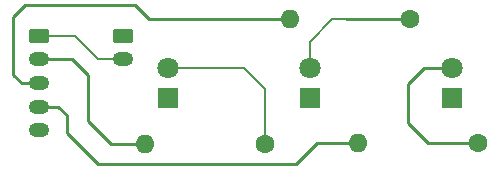
<source format=gbr>
%TF.GenerationSoftware,KiCad,Pcbnew,(6.0.9)*%
%TF.CreationDate,2023-05-10T13:01:55+05:30*%
%TF.ProjectId,Input_Panel(V2.0),496e7075-745f-4506-916e-656c2856322e,rev?*%
%TF.SameCoordinates,Original*%
%TF.FileFunction,Copper,L2,Bot*%
%TF.FilePolarity,Positive*%
%FSLAX46Y46*%
G04 Gerber Fmt 4.6, Leading zero omitted, Abs format (unit mm)*
G04 Created by KiCad (PCBNEW (6.0.9)) date 2023-05-10 13:01:55*
%MOMM*%
%LPD*%
G01*
G04 APERTURE LIST*
G04 Aperture macros list*
%AMRoundRect*
0 Rectangle with rounded corners*
0 $1 Rounding radius*
0 $2 $3 $4 $5 $6 $7 $8 $9 X,Y pos of 4 corners*
0 Add a 4 corners polygon primitive as box body*
4,1,4,$2,$3,$4,$5,$6,$7,$8,$9,$2,$3,0*
0 Add four circle primitives for the rounded corners*
1,1,$1+$1,$2,$3*
1,1,$1+$1,$4,$5*
1,1,$1+$1,$6,$7*
1,1,$1+$1,$8,$9*
0 Add four rect primitives between the rounded corners*
20,1,$1+$1,$2,$3,$4,$5,0*
20,1,$1+$1,$4,$5,$6,$7,0*
20,1,$1+$1,$6,$7,$8,$9,0*
20,1,$1+$1,$8,$9,$2,$3,0*%
G04 Aperture macros list end*
%TA.AperFunction,ComponentPad*%
%ADD10RoundRect,0.250000X-0.625000X0.350000X-0.625000X-0.350000X0.625000X-0.350000X0.625000X0.350000X0*%
%TD*%
%TA.AperFunction,ComponentPad*%
%ADD11O,1.750000X1.200000*%
%TD*%
%TA.AperFunction,ComponentPad*%
%ADD12C,1.600000*%
%TD*%
%TA.AperFunction,ComponentPad*%
%ADD13O,1.600000X1.600000*%
%TD*%
%TA.AperFunction,ComponentPad*%
%ADD14R,1.800000X1.800000*%
%TD*%
%TA.AperFunction,ComponentPad*%
%ADD15C,1.800000*%
%TD*%
%TA.AperFunction,Conductor*%
%ADD16C,0.203200*%
%TD*%
%TA.AperFunction,Conductor*%
%ADD17C,0.254000*%
%TD*%
G04 APERTURE END LIST*
D10*
%TO.P,J1,1,Pin_1*%
%TO.N,/BUTTON*%
X10550000Y-4000000D03*
D11*
%TO.P,J1,2,Pin_2*%
%TO.N,/GREEN_LED_1*%
X10550000Y-6000000D03*
%TO.P,J1,3,Pin_3*%
%TO.N,/GREEN_LED_2*%
X10550000Y-8000000D03*
%TO.P,J1,4,Pin_4*%
%TO.N,/GREEN_LED_3*%
X10550000Y-10000000D03*
%TO.P,J1,5,Pin_5*%
%TO.N,GND*%
X10550000Y-12000000D03*
%TD*%
D10*
%TO.P,J2,1,Pin_1*%
%TO.N,GND*%
X17700000Y-4000000D03*
D11*
%TO.P,J2,2,Pin_2*%
%TO.N,/BUTTON*%
X17700000Y-6000000D03*
%TD*%
D12*
%TO.P,R3,1*%
%TO.N,Net-(D2-Pad2)*%
X29680000Y-13200000D03*
D13*
%TO.P,R3,2*%
%TO.N,/GREEN_LED_1*%
X19520000Y-13200000D03*
%TD*%
D14*
%TO.P,D3,1,K*%
%TO.N,GND*%
X33500000Y-9275000D03*
D15*
%TO.P,D3,2,A*%
%TO.N,Net-(D3-Pad2)*%
X33500000Y-6735000D03*
%TD*%
D12*
%TO.P,R2,1*%
%TO.N,Net-(D4-Pad2)*%
X47700000Y-13100000D03*
D13*
%TO.P,R2,2*%
%TO.N,/GREEN_LED_3*%
X37540000Y-13100000D03*
%TD*%
D14*
%TO.P,D4,1,K*%
%TO.N,GND*%
X45500000Y-9275000D03*
D15*
%TO.P,D4,2,A*%
%TO.N,Net-(D4-Pad2)*%
X45500000Y-6735000D03*
%TD*%
D12*
%TO.P,R4,1*%
%TO.N,Net-(D3-Pad2)*%
X42000000Y-2600000D03*
D13*
%TO.P,R4,2*%
%TO.N,/GREEN_LED_2*%
X31840000Y-2600000D03*
%TD*%
D14*
%TO.P,D2,1,K*%
%TO.N,GND*%
X21500000Y-9275000D03*
D15*
%TO.P,D2,2,A*%
%TO.N,Net-(D2-Pad2)*%
X21500000Y-6735000D03*
%TD*%
D16*
%TO.N,Net-(D2-Pad2)*%
X29680000Y-8480000D02*
X29680000Y-13200000D01*
X21500000Y-6735000D02*
X27935000Y-6735000D01*
X27935000Y-6735000D02*
X29680000Y-8480000D01*
%TO.N,Net-(D3-Pad2)*%
X33500000Y-6735000D02*
X33500000Y-4500000D01*
X33500000Y-4500000D02*
X35400000Y-2600000D01*
X35400000Y-2600000D02*
X36600000Y-2600000D01*
D17*
X42000000Y-2600000D02*
X36600000Y-2600000D01*
%TO.N,/GREEN_LED_1*%
X13400000Y-6000000D02*
X14700000Y-7300000D01*
X16700000Y-13200000D02*
X19520000Y-13200000D01*
X14700000Y-7300000D02*
X14700000Y-11200000D01*
X14700000Y-11200000D02*
X16700000Y-13200000D01*
X10550000Y-6000000D02*
X13400000Y-6000000D01*
%TO.N,/GREEN_LED_2*%
X9100000Y-8000000D02*
X10550000Y-8000000D01*
X8400000Y-2400000D02*
X8400000Y-7300000D01*
X22300000Y-2600000D02*
X31840000Y-2600000D01*
X18700000Y-1400000D02*
X9400000Y-1400000D01*
X8400000Y-7300000D02*
X9100000Y-8000000D01*
X19900000Y-2600000D02*
X18700000Y-1400000D01*
X9400000Y-1400000D02*
X8400000Y-2400000D01*
X22300000Y-2600000D02*
X19900000Y-2600000D01*
%TO.N,Net-(D4-Pad2)*%
X41800000Y-11400000D02*
X43500000Y-13100000D01*
X41800000Y-8100000D02*
X41800000Y-11400000D01*
X43165000Y-6735000D02*
X41800000Y-8100000D01*
X45500000Y-6735000D02*
X43165000Y-6735000D01*
X43500000Y-13100000D02*
X47700000Y-13100000D01*
%TO.N,/GREEN_LED_3*%
X12900000Y-10700000D02*
X12900000Y-12200000D01*
X10550000Y-10000000D02*
X12200000Y-10000000D01*
X12200000Y-10000000D02*
X12900000Y-10700000D01*
X12900000Y-12200000D02*
X15600000Y-14900000D01*
X34100000Y-13100000D02*
X37540000Y-13100000D01*
X32300000Y-14900000D02*
X34100000Y-13100000D01*
X15600000Y-14900000D02*
X32300000Y-14900000D01*
D16*
%TO.N,/BUTTON*%
X17700000Y-6000000D02*
X15600000Y-6000000D01*
X13600000Y-4000000D02*
X10550000Y-4000000D01*
X15600000Y-6000000D02*
X13600000Y-4000000D01*
%TD*%
M02*

</source>
